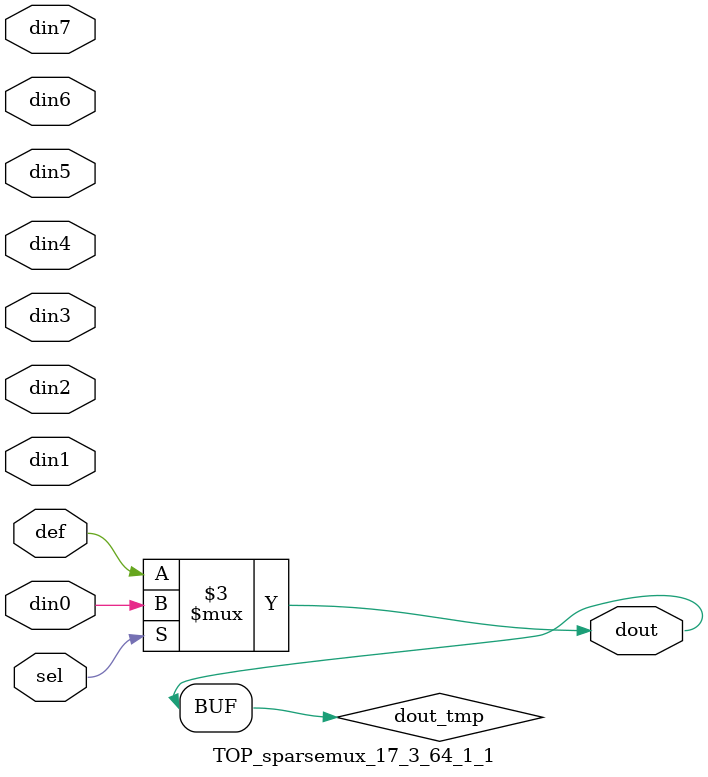
<source format=v>
`timescale 1ns / 1ps

module TOP_sparsemux_17_3_64_1_1 (din0,din1,din2,din3,din4,din5,din6,din7,def,sel,dout);

parameter din0_WIDTH = 1;

parameter din1_WIDTH = 1;

parameter din2_WIDTH = 1;

parameter din3_WIDTH = 1;

parameter din4_WIDTH = 1;

parameter din5_WIDTH = 1;

parameter din6_WIDTH = 1;

parameter din7_WIDTH = 1;

parameter def_WIDTH = 1;
parameter sel_WIDTH = 1;
parameter dout_WIDTH = 1;

parameter [sel_WIDTH-1:0] CASE0 = 1;

parameter [sel_WIDTH-1:0] CASE1 = 1;

parameter [sel_WIDTH-1:0] CASE2 = 1;

parameter [sel_WIDTH-1:0] CASE3 = 1;

parameter [sel_WIDTH-1:0] CASE4 = 1;

parameter [sel_WIDTH-1:0] CASE5 = 1;

parameter [sel_WIDTH-1:0] CASE6 = 1;

parameter [sel_WIDTH-1:0] CASE7 = 1;

parameter ID = 1;
parameter NUM_STAGE = 1;



input [din0_WIDTH-1:0] din0;

input [din1_WIDTH-1:0] din1;

input [din2_WIDTH-1:0] din2;

input [din3_WIDTH-1:0] din3;

input [din4_WIDTH-1:0] din4;

input [din5_WIDTH-1:0] din5;

input [din6_WIDTH-1:0] din6;

input [din7_WIDTH-1:0] din7;

input [def_WIDTH-1:0] def;
input [sel_WIDTH-1:0] sel;

output [dout_WIDTH-1:0] dout;



reg [dout_WIDTH-1:0] dout_tmp;

always @ (*) begin
case (sel)
    
    CASE0 : dout_tmp = din0;
    
    CASE1 : dout_tmp = din1;
    
    CASE2 : dout_tmp = din2;
    
    CASE3 : dout_tmp = din3;
    
    CASE4 : dout_tmp = din4;
    
    CASE5 : dout_tmp = din5;
    
    CASE6 : dout_tmp = din6;
    
    CASE7 : dout_tmp = din7;
    
    default : dout_tmp = def;
endcase
end


assign dout = dout_tmp;



endmodule

</source>
